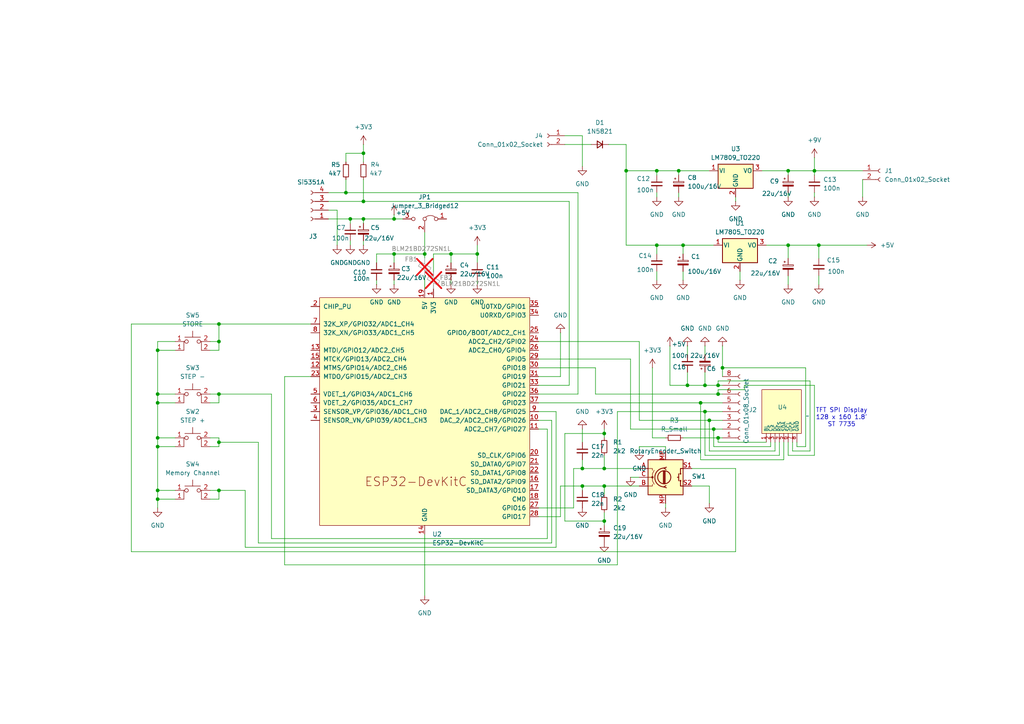
<source format=kicad_sch>
(kicad_sch (version 20250114) (generator "eeschema") (generator_version "9.0")
  (paper "A4")
  (lib_symbols
    (symbol "Connector:Conn_01x02_Socket" (pin_names (offset 1.016) (hide yes))
      (property "Reference" "J" (at 0 2.54 0))
      (property "Value" "Conn_01x02_Socket" (at 0 -5.08 0))
      (symbol "Conn_01x02_Socket_1_1"
        (pin passive line (at -5.08 0 0) (length 3.81) (name "Pin_1") (number "1"))
        (pin passive line (at -5.08 -2.54 0) (length 3.81) (name "Pin_2") (number "2"))
      )
    )
    (symbol "Connector:Conn_01x04_Socket" (pin_names (offset 1.016) (hide yes))
      (property "Reference" "J" (at 0 5.08 0))
      (property "Value" "Conn_01x04_Socket" (at 0 -7.62 0))
      (symbol "Conn_01x04_Socket_1_1"
        (pin passive line (at -5.08 2.54 0) (length 3.81) (name "Pin_1") (number "1"))
        (pin passive line (at -5.08 0 0) (length 3.81) (name "Pin_2") (number "2"))
        (pin passive line (at -5.08 -2.54 0) (length 3.81) (name "Pin_3") (number "3"))
        (pin passive line (at -5.08 -5.08 0) (length 3.81) (name "Pin_4") (number "4"))
      )
    )
    (symbol "Connector:Conn_01x08_Socket" (pin_names (offset 1.016) (hide yes))
      (property "Reference" "J" (at 0 10.16 0))
      (property "Value" "Conn_01x08_Socket" (at 0 -12.7 0))
      (symbol "Conn_01x08_Socket_1_1"
        (pin passive line (at -5.08 7.62 0) (length 3.81) (name "Pin_1") (number "1"))
        (pin passive line (at -5.08 5.08 0) (length 3.81) (name "Pin_2") (number "2"))
        (pin passive line (at -5.08 2.54 0) (length 3.81) (name "Pin_3") (number "3"))
        (pin passive line (at -5.08 0 0) (length 3.81) (name "Pin_4") (number "4"))
        (pin passive line (at -5.08 -2.54 0) (length 3.81) (name "Pin_5") (number "5"))
        (pin passive line (at -5.08 -5.08 0) (length 3.81) (name "Pin_6") (number "6"))
        (pin passive line (at -5.08 -7.62 0) (length 3.81) (name "Pin_7") (number "7"))
        (pin passive line (at -5.08 -10.16 0) (length 3.81) (name "Pin_8") (number "8"))
      )
    )
    (symbol "Device:C_Polarized_Small" (pin_numbers (hide yes)) (pin_names (offset 0.254) (hide yes))
      (property "Reference" "C" (at 0.254 1.778 0))
      (property "Value" "C_Polarized_Small" (at 0.254 -2.032 0))
      (symbol "C_Polarized_Small_1_1"
        (pin passive line (at 0 2.54 270) (length 1.8542) (name "~") (number "1"))
        (pin passive line (at 0 -2.54 90) (length 1.8542) (name "~") (number "2"))
      )
    )
    (symbol "Device:C_Small" (pin_numbers (hide yes)) (pin_names (offset 0.254) (hide yes))
      (property "Reference" "C" (at 0.254 1.778 0))
      (property "Value" "C_Small" (at 0.254 -2.032 0))
      (symbol "C_Small_1_1"
        (pin passive line (at 0 2.54 270) (length 2.032) (name "~") (number "1"))
        (pin passive line (at 0 -2.54 90) (length 2.032) (name "~") (number "2"))
      )
    )
    (symbol "Device:D_Small" (pin_numbers (hide yes)) (pin_names (offset 0.254) (hide yes))
      (property "Reference" "D" (at -1.27 2.032 0))
      (property "Value" "D_Small" (at -3.81 -2.032 0))
      (symbol "D_Small_1_1"
        (pin passive line (at -2.54 0 0) (length 1.778) (name "K") (number "1"))
        (pin passive line (at 2.54 0 180) (length 1.778) (name "A") (number "2"))
      )
    )
    (symbol "Device:FerriteBead_Small" (pin_numbers (hide yes)) (pin_names (offset 0))
      (property "Reference" "FB" (at 1.905 1.27 0))
      (property "Value" "FerriteBead_Small" (at 1.905 -1.27 0))
      (symbol "FerriteBead_Small_1_1"
        (pin passive line (at 0 2.54 270) (length 1.27) (name "~") (number "1"))
        (pin passive line (at 0 -2.54 90) (length 1.27) (name "~") (number "2"))
      )
    )
    (symbol "Device:R_Small" (pin_numbers (hide yes)) (pin_names (offset 0.254) (hide yes))
      (property "Reference" "R" (at 0.762 0.508 0))
      (property "Value" "R_Small" (at 0.762 -1.016 0))
      (symbol "R_Small_1_1"
        (pin passive line (at 0 2.54 270) (length 0.762) (name "~") (number "1"))
        (pin passive line (at 0 -2.54 90) (length 0.762) (name "~") (number "2"))
      )
    )
    (symbol "Device:RotaryEncoder_Switch" (pin_names (offset 0.254) (hide yes))
      (property "Reference" "SW1" (at 9.652 0.254 0))
      (property "Value" "RotaryEncoder_Switch" (at 0 7.62 0))
      (symbol "RotaryEncoder_Switch_1_1"
        (pin passive line (at -7.62 2.54 0) (length 2.54) (name "A") (number "A"))
        (pin passive line (at -7.62 0 0) (length 2.54) (name "C") (number "C"))
        (pin passive line (at -7.62 -2.54 0) (length 2.54) (name "B") (number "B"))
        (pin passive line (at 0 7.62 270) (length 2.54) (name "MP") (number "MP"))
        (pin passive line (at 0 -7.62 90) (length 2.54) (name "MP") (number "MP"))
        (pin passive line (at 7.62 2.54 180) (length 2.54) (name "S1") (number "S1"))
        (pin passive line (at 7.62 -2.54 180) (length 2.54) (name "S2") (number "S2"))
      )
    )
    (symbol "Ekran_TFT_SPI:TFT_SPI_1.8inch_120x160"
      (property "Reference" "U4" (at -0.508 1.27 0))
      (property "Value" "~" (at 7.62 -1.27 0))
      (symbol "TFT_SPI_1.8inch_120x160_1_1"
        (pin input line (at -3.81 -8.89 90) (length 2.54) (name "BL") (number "1"))
        (pin input line (at -2.54 -8.89 90) (length 2.54) (name "CS") (number "2"))
        (pin input line (at -1.27 -8.89 90) (length 2.54) (name "DC") (number "3"))
        (pin input line (at 0 -8.89 90) (length 2.54) (name "RES") (number "4"))
        (pin input line (at 1.27 -8.89 90) (length 2.54) (name "SDA") (number "5"))
        (pin input line (at 2.54 -8.89 90) (length 2.54) (name "SCL") (number "6"))
        (pin input line (at 3.81 -8.89 90) (length 2.54) (name "VCC") (number "7"))
        (pin input line (at 5.08 -8.89 90) (length 2.54) (name "GND") (number "8"))
      )
    )
    (symbol "Jumper:Jumper_3_Bridged12" (pin_names (offset 0) (hide yes)) (exclude_from_sim yes) (in_bom no)
      (property "Reference" "JP" (at -2.54 -2.54 0))
      (property "Value" "Jumper_3_Bridged12" (at 0 2.794 0))
      (symbol "Jumper_3_Bridged12_1_1"
        (pin passive line (at -6.35 0 0) (length 2.54) (name "A") (number "1"))
        (pin passive line (at 0 -3.81 90) (length 2.54) (name "C") (number "2"))
        (pin passive line (at 6.35 0 180) (length 2.54) (name "B") (number "3"))
      )
    )
    (symbol "PCM_Espressif:ESP32-DevKitC" (pin_names (offset 1.016))
      (property "Reference" "U" (at -30.48 38.1 0))
      (property "Value" "ESP32-DevKitC" (at -30.48 35.56 0))
      (symbol "ESP32-DevKitC_0_0"
        (text "ESP32-DevKitC" (at -2.54 -20.32 0) (effects (font (size 2.54 2.54))))
        (pin power_in line (at 0 35.56 270) (length 2.54) (name "5V") (number "19"))
        (pin power_in line (at 0 -35.56 90) (length 2.54) (name "GND") (number "14"))
      )
      (symbol "ESP32-DevKitC_1_1"
        (pin input line (at -33.02 30.48 0) (length 2.54) (name "CHIP_PU") (number "2"))
        (pin bidirectional line (at -33.02 25.4 0) (length 2.54) (name "32K_XP/GPIO32/ADC1_CH4") (number "7"))
        (pin bidirectional line (at -33.02 22.86 0) (length 2.54) (name "32K_XN/GPIO33/ADC1_CH5") (number "8"))
        (pin bidirectional line (at -33.02 17.78 0) (length 2.54) (name "MTDI/GPIO12/ADC2_CH5") (number "13"))
        (pin bidirectional line (at -33.02 15.24 0) (length 2.54) (name "MTCK/GPIO13/ADC2_CH4") (number "15"))
        (pin bidirectional line (at -33.02 12.7 0) (length 2.54) (name "MTMS/GPIO14/ADC2_CH6") (number "12"))
        (pin bidirectional line (at -33.02 10.16 0) (length 2.54) (name "MTDO/GPIO15/ADC2_CH3") (number "23"))
        (pin input line (at -33.02 5.08 0) (length 2.54) (name "VDET_1/GPIO34/ADC1_CH6") (number "5"))
        (pin input line (at -33.02 2.54 0) (length 2.54) (name "VDET_2/GPIO35/ADC1_CH7") (number "6"))
        (pin input line (at -33.02 0 0) (length 2.54) (name "SENSOR_VP/GPIO36/ADC1_CH0") (number "3"))
        (pin input line (at -33.02 -2.54 0) (length 2.54) (name "SENSOR_VN/GPIO39/ADC1_CH3") (number "4"))
        (pin passive line (at 0 -35.56 90) (length 2.54) (hide yes) (name "GND") (number "32"))
        (pin passive line (at 0 -35.56 90) (length 2.54) (hide yes) (name "GND") (number "38"))
        (pin power_in line (at 2.54 35.56 270) (length 2.54) (name "3V3") (number "1"))
        (pin bidirectional line (at 33.02 30.48 180) (length 2.54) (name "U0TXD/GPIO1") (number "35"))
        (pin bidirectional line (at 33.02 27.94 180) (length 2.54) (name "U0RXD/GPIO3") (number "34"))
        (pin bidirectional line (at 33.02 22.86 180) (length 2.54) (name "GPIO0/BOOT/ADC2_CH1") (number "25"))
        (pin bidirectional line (at 33.02 20.32 180) (length 2.54) (name "ADC2_CH2/GPIO2") (number "24"))
        (pin bidirectional line (at 33.02 17.78 180) (length 2.54) (name "ADC2_CH0/GPIO4") (number "26"))
        (pin bidirectional line (at 33.02 15.24 180) (length 2.54) (name "GPIO5") (number "29"))
        (pin bidirectional line (at 33.02 12.7 180) (length 2.54) (name "GPIO18") (number "30"))
        (pin bidirectional line (at 33.02 10.16 180) (length 2.54) (name "GPIO19") (number "31"))
        (pin bidirectional line (at 33.02 7.62 180) (length 2.54) (name "GPIO21") (number "33"))
        (pin bidirectional line (at 33.02 5.08 180) (length 2.54) (name "GPIO22") (number "36"))
        (pin bidirectional line (at 33.02 2.54 180) (length 2.54) (name "GPIO23") (number "37"))
        (pin bidirectional line (at 33.02 0 180) (length 2.54) (name "DAC_1/ADC2_CH8/GPIO25") (number "9"))
        (pin bidirectional line (at 33.02 -2.54 180) (length 2.54) (name "DAC_2/ADC2_CH9/GPIO26") (number "10"))
        (pin bidirectional line (at 33.02 -5.08 180) (length 2.54) (name "ADC2_CH7/GPIO27") (number "11"))
        (pin bidirectional line (at 33.02 -12.7 180) (length 2.54) (name "SD_CLK/GPIO6") (number "20"))
        (pin bidirectional line (at 33.02 -15.24 180) (length 2.54) (name "SD_DATA0/GPIO7") (number "21"))
        (pin bidirectional line (at 33.02 -17.78 180) (length 2.54) (name "SD_DATA1/GPIO8") (number "22"))
        (pin bidirectional line (at 33.02 -20.32 180) (length 2.54) (name "SD_DATA2/GPIO9") (number "16"))
        (pin bidirectional line (at 33.02 -22.86 180) (length 2.54) (name "SD_DATA3/GPIO10") (number "17"))
        (pin bidirectional line (at 33.02 -25.4 180) (length 2.54) (name "CMD") (number "18"))
        (pin bidirectional line (at 33.02 -27.94 180) (length 2.54) (name "GPIO16") (number "27"))
        (pin bidirectional line (at 33.02 -30.48 180) (length 2.54) (name "GPIO17") (number "28"))
      )
    )
    (symbol "Regulator_Linear:LM7805_TO220" (pin_names (offset 0.254))
      (property "Reference" "U" (at -3.81 3.175 0))
      (property "Value" "LM7805_TO220" (at 0 3.175 0))
      (symbol "LM7805_TO220_1_1"
        (pin power_in line (at -7.62 0 0) (length 2.54) (name "VI") (number "1"))
        (pin power_in line (at 0 -7.62 90) (length 2.54) (name "GND") (number "2"))
        (pin power_out line (at 7.62 0 180) (length 2.54) (name "VO") (number "3"))
      )
    )
    (symbol "Regulator_Linear:LM7809_TO220" (pin_names (offset 0.254))
      (property "Reference" "U" (at -3.81 3.175 0))
      (property "Value" "LM7809_TO220" (at 0 3.175 0))
      (symbol "LM7809_TO220_1_1"
        (pin power_in line (at -7.62 0 0) (length 2.54) (name "VI") (number "1"))
        (pin power_in line (at 0 -7.62 90) (length 2.54) (name "GND") (number "2"))
        (pin power_out line (at 7.62 0 180) (length 2.54) (name "VO") (number "3"))
      )
    )
    (symbol "SW_MEC_5E_2" (pin_names (offset 1.016) (hide yes))
      (property "Reference" "SW2" (at 0 10.16 0))
      (property "Value" "SW_MEC_5E" (at 0 7.62 0))
      (symbol "SW_MEC_5E_2_0_1"
        (pin passive line (at -5.08 2.54 0) (length 2.54) (name "1") (number "1"))
      )
      (symbol "SW_MEC_5E_2_1_1"
        (pin passive line (at -5.08 0 0) (length 2.54) (name "1") (number "1"))
        (pin passive line (at 5.08 2.54 180) (length 2.54) (name "2") (number "2"))
        (pin passive line (at 5.08 0 180) (length 2.54) (name "2") (number "2"))
      )
    )
    (symbol "power:+3V3" (power) (pin_numbers (hide yes)) (pin_names (offset 0) (hide yes))
      (property "Value" "+3V3" (at 0 3.556 0))
      (symbol "+3V3_1_1"
        (pin power_in line (at 0 0 90) (length 0) (name "~") (number "1"))
      )
    )
    (symbol "power:+5V" (power) (pin_numbers (hide yes)) (pin_names (offset 0) (hide yes))
      (property "Value" "+5V" (at 0 3.556 0))
      (symbol "+5V_1_1"
        (pin power_in line (at 0 0 90) (length 0) (name "~") (number "1"))
      )
    )
    (symbol "power:+9V" (power) (pin_numbers (hide yes)) (pin_names (offset 0) (hide yes))
      (property "Value" "+9V" (at 0 3.556 0))
      (symbol "+9V_1_1"
        (pin power_in line (at 0 0 90) (length 0) (name "~") (number "1"))
      )
    )
    (symbol "power:GND" (power) (pin_numbers (hide yes)) (pin_names (offset 0) (hide yes))
      (property "Value" "GND" (at 0 -3.81 0))
      (symbol "GND_1_1"
        (pin power_in line (at 0 0 270) (length 0) (name "~") (number "1"))
      )
    )
  )
  (text "TFT SPI Display\n128 x 160 1.8'\nST 7735" (at 244.094 121.158 0) (effects (font (size 1.27 1.27))))
  (junction (at 101.6 63.5))
  (junction (at 105.41 44.45))
  (junction (at 198.12 71.12))
  (junction (at 123.19 73.66))
  (junction (at 175.26 140.97))
  (junction (at 45.72 144.78))
  (junction (at 63.5 114.3))
  (junction (at 237.49 71.12))
  (junction (at 45.72 129.54))
  (junction (at 45.72 142.24))
  (junction (at 105.41 63.5))
  (junction (at 190.5 71.12))
  (junction (at 209.55 106.68))
  (junction (at 175.26 151.13))
  (junction (at 63.5 142.24))
  (junction (at 199.39 111.76))
  (junction (at 130.81 73.66))
  (junction (at 45.72 114.3))
  (junction (at 205.74 121.92))
  (junction (at 114.3 63.5))
  (junction (at 228.6 71.12))
  (junction (at 45.72 116.84))
  (junction (at 105.41 58.42))
  (junction (at 208.28 114.3))
  (junction (at 63.5 93.98))
  (junction (at 168.91 140.97))
  (junction (at 175.26 125.73))
  (junction (at 175.26 135.89))
  (junction (at 63.5 99.06))
  (junction (at 190.5 49.53))
  (junction (at 208.28 127))
  (junction (at 45.72 127))
  (junction (at 100.33 55.88))
  (junction (at 181.61 49.53))
  (junction (at 236.22 49.53))
  (junction (at 204.47 119.38))
  (junction (at 228.6 49.53))
  (junction (at 203.2 116.84))
  (junction (at 45.72 101.6))
  (junction (at 114.3 73.66))
  (junction (at 63.5 128.27))
  (junction (at 204.47 111.76))
  (junction (at 168.91 135.89))
  (junction (at 138.43 73.66))
  (junction (at 207.01 124.46))
  (junction (at 208.28 111.76))
  (junction (at 196.85 49.53))
  (wire (pts (xy 200.66 135.89) (xy 213.36 135.89)))
  (wire (pts (xy 100.33 46.99) (xy 100.33 44.45)))
  (wire (pts (xy 208.28 111.76) (xy 204.47 111.76)))
  (wire (pts (xy 213.36 57.15) (xy 213.36 58.42)))
  (wire (pts (xy 101.6 63.5) (xy 105.41 63.5)))
  (wire (pts (xy 204.47 111.76) (xy 199.39 111.76)))
  (wire (pts (xy 130.81 81.28) (xy 130.81 82.55)))
  (wire (pts (xy 204.47 119.38) (xy 209.55 119.38)))
  (wire (pts (xy 123.19 73.66) (xy 114.3 73.66)))
  (wire (pts (xy 208.28 113.03) (xy 208.28 114.3)))
  (wire (pts (xy 45.72 144.78) (xy 45.72 147.32)))
  (wire (pts (xy 105.41 52.07) (xy 105.41 58.42)))
  (wire (pts (xy 63.5 142.24) (xy 71.12 142.24)))
  (wire (pts (xy 189.23 106.68) (xy 189.23 127)))
  (wire (pts (xy 185.42 129.54) (xy 185.42 130.81)))
  (wire (pts (xy 63.5 142.24) (xy 60.96 142.24)))
  (wire (pts (xy 193.04 129.54) (xy 185.42 129.54)))
  (wire (pts (xy 237.49 71.12) (xy 251.46 71.12)))
  (wire (pts (xy 185.42 99.06) (xy 156.21 99.06)))
  (wire (pts (xy 50.8 144.78) (xy 45.72 144.78)))
  (wire (pts (xy 237.49 80.01) (xy 237.49 82.55)))
  (wire (pts (xy 223.52 128.27) (xy 223.52 129.54)))
  (wire (pts (xy 196.85 50.8) (xy 196.85 49.53)))
  (wire (pts (xy 172.72 106.68) (xy 156.21 106.68)))
  (wire (pts (xy 105.41 44.45) (xy 105.41 46.99)))
  (wire (pts (xy 95.25 58.42) (xy 105.41 58.42)))
  (wire (pts (xy 162.56 140.97) (xy 168.91 140.97)))
  (wire (pts (xy 166.37 147.32) (xy 166.37 135.89)))
  (wire (pts (xy 236.22 55.88) (xy 236.22 57.15)))
  (wire (pts (xy 100.33 52.07) (xy 100.33 55.88)))
  (wire (pts (xy 45.72 127) (xy 45.72 129.54)))
  (wire (pts (xy 162.56 149.86) (xy 162.56 140.97)))
  (wire (pts (xy 158.75 124.46) (xy 158.75 156.21)))
  (wire (pts (xy 100.33 55.88) (xy 95.25 55.88)))
  (wire (pts (xy 172.72 114.3) (xy 172.72 106.68)))
  (wire (pts (xy 194.31 111.76) (xy 199.39 111.76)))
  (wire (pts (xy 45.72 127) (xy 50.8 127)))
  (wire (pts (xy 208.28 128.27) (xy 208.28 127)))
  (wire (pts (xy 45.72 127) (xy 45.72 116.84)))
  (wire (pts (xy 215.9 111.76) (xy 215.9 113.03)))
  (wire (pts (xy 207.01 124.46) (xy 209.55 124.46)))
  (wire (pts (xy 168.91 142.24) (xy 168.91 140.97)))
  (wire (pts (xy 105.41 58.42) (xy 165.1 58.42)))
  (wire (pts (xy 74.93 128.27) (xy 63.5 128.27)))
  (wire (pts (xy 63.5 127) (xy 60.96 127)))
  (wire (pts (xy 138.43 73.66) (xy 130.81 73.66)))
  (wire (pts (xy 231.14 129.54) (xy 233.68 129.54)))
  (wire (pts (xy 205.74 140.97) (xy 205.74 146.05)))
  (wire (pts (xy 205.74 121.92) (xy 185.42 121.92)))
  (wire (pts (xy 228.6 49.53) (xy 236.22 49.53)))
  (wire (pts (xy 45.72 129.54) (xy 45.72 142.24)))
  (wire (pts (xy 82.55 163.83) (xy 82.55 109.22)))
  (wire (pts (xy 181.61 49.53) (xy 190.5 49.53)))
  (wire (pts (xy 63.5 93.98) (xy 63.5 99.06)))
  (wire (pts (xy 123.19 67.31) (xy 123.19 73.66)))
  (wire (pts (xy 208.28 110.49) (xy 208.28 111.76)))
  (wire (pts (xy 190.5 71.12) (xy 190.5 73.66)))
  (wire (pts (xy 198.12 71.12) (xy 190.5 71.12)))
  (wire (pts (xy 181.61 71.12) (xy 190.5 71.12)))
  (wire (pts (xy 163.83 151.13) (xy 163.83 125.73)))
  (wire (pts (xy 190.5 49.53) (xy 190.5 50.8)))
  (wire (pts (xy 222.25 128.27) (xy 208.28 128.27)))
  (wire (pts (xy 227.33 133.35) (xy 203.2 133.35)))
  (wire (pts (xy 214.63 78.74) (xy 214.63 81.28)))
  (wire (pts (xy 200.66 140.97) (xy 205.74 140.97)))
  (wire (pts (xy 156.21 119.38) (xy 161.29 119.38)))
  (wire (pts (xy 215.9 113.03) (xy 208.28 113.03)))
  (wire (pts (xy 182.88 124.46) (xy 207.01 124.46)))
  (wire (pts (xy 97.79 60.96) (xy 97.79 71.12)))
  (wire (pts (xy 175.26 148.59) (xy 175.26 151.13)))
  (wire (pts (xy 209.55 100.33) (xy 209.55 106.68)))
  (wire (pts (xy 156.21 147.32) (xy 166.37 147.32)))
  (wire (pts (xy 196.85 49.53) (xy 205.74 49.53)))
  (wire (pts (xy 63.5 101.6) (xy 60.96 101.6)))
  (wire (pts (xy 175.26 140.97) (xy 175.26 143.51)))
  (wire (pts (xy 233.68 129.54) (xy 233.68 106.68)))
  (wire (pts (xy 236.22 132.08) (xy 236.22 111.76)))
  (wire (pts (xy 38.1 93.98) (xy 63.5 93.98)))
  (wire (pts (xy 109.22 81.28) (xy 109.22 82.55)))
  (wire (pts (xy 175.26 151.13) (xy 175.26 152.4)))
  (wire (pts (xy 181.61 41.91) (xy 181.61 49.53)))
  (wire (pts (xy 63.5 93.98) (xy 90.17 93.98)))
  (wire (pts (xy 156.21 109.22) (xy 162.56 109.22)))
  (wire (pts (xy 165.1 58.42) (xy 165.1 111.76)))
  (wire (pts (xy 228.6 132.08) (xy 236.22 132.08)))
  (wire (pts (xy 222.25 71.12) (xy 228.6 71.12)))
  (wire (pts (xy 162.56 109.22) (xy 162.56 96.52)))
  (wire (pts (xy 165.1 111.76) (xy 156.21 111.76)))
  (wire (pts (xy 63.5 99.06) (xy 63.5 101.6)))
  (wire (pts (xy 234.95 130.81) (xy 234.95 110.49)))
  (wire (pts (xy 231.14 128.27) (xy 231.14 129.54)))
  (wire (pts (xy 74.93 157.48) (xy 74.93 128.27)))
  (wire (pts (xy 63.5 114.3) (xy 60.96 114.3)))
  (wire (pts (xy 228.6 71.12) (xy 228.6 74.93)))
  (wire (pts (xy 109.22 73.66) (xy 109.22 76.2)))
  (wire (pts (xy 114.3 81.28) (xy 114.3 82.55)))
  (wire (pts (xy 95.25 63.5) (xy 101.6 63.5)))
  (wire (pts (xy 156.21 116.84) (xy 203.2 116.84)))
  (wire (pts (xy 63.5 129.54) (xy 60.96 129.54)))
  (wire (pts (xy 209.55 106.68) (xy 233.68 106.68)))
  (wire (pts (xy 185.42 121.92) (xy 185.42 99.06)))
  (wire (pts (xy 203.2 116.84) (xy 209.55 116.84)))
  (wire (pts (xy 204.47 107.95) (xy 204.47 111.76)))
  (wire (pts (xy 158.75 156.21) (xy 78.74 156.21)))
  (wire (pts (xy 213.36 160.02) (xy 38.1 160.02)))
  (wire (pts (xy 198.12 127) (xy 208.28 127)))
  (wire (pts (xy 163.83 125.73) (xy 175.26 125.73)))
  (wire (pts (xy 181.61 49.53) (xy 181.61 71.12)))
  (wire (pts (xy 63.5 144.78) (xy 63.5 142.24)))
  (wire (pts (xy 130.81 73.66) (xy 125.73 73.66)))
  (wire (pts (xy 236.22 111.76) (xy 215.9 111.76)))
  (wire (pts (xy 166.37 135.89) (xy 168.91 135.89)))
  (wire (pts (xy 156.21 104.14) (xy 182.88 104.14)))
  (wire (pts (xy 198.12 71.12) (xy 198.12 73.66)))
  (wire (pts (xy 114.3 62.23) (xy 114.3 63.5)))
  (wire (pts (xy 224.79 130.81) (xy 205.74 130.81)))
  (wire (pts (xy 196.85 55.88) (xy 196.85 57.15)))
  (wire (pts (xy 175.26 132.08) (xy 175.26 135.89)))
  (wire (pts (xy 194.31 100.33) (xy 194.31 111.76)))
  (wire (pts (xy 179.07 119.38) (xy 204.47 119.38)))
  (wire (pts (xy 228.6 57.15) (xy 228.6 55.88)))
  (wire (pts (xy 175.26 125.73) (xy 175.26 127)))
  (wire (pts (xy 227.33 128.27) (xy 227.33 133.35)))
  (wire (pts (xy 45.72 114.3) (xy 50.8 114.3)))
  (wire (pts (xy 204.47 132.08) (xy 204.47 119.38)))
  (wire (pts (xy 105.41 63.5) (xy 105.41 64.77)))
  (wire (pts (xy 190.5 55.88) (xy 190.5 57.15)))
  (wire (pts (xy 105.41 71.12) (xy 105.41 69.85)))
  (wire (pts (xy 114.3 73.66) (xy 114.3 76.2)))
  (wire (pts (xy 138.43 82.55) (xy 138.43 81.28)))
  (wire (pts (xy 63.5 129.54) (xy 63.5 128.27)))
  (wire (pts (xy 125.73 73.66) (xy 125.73 78.74)))
  (wire (pts (xy 168.91 140.97) (xy 175.26 140.97)))
  (wire (pts (xy 82.55 109.22) (xy 90.17 109.22)))
  (wire (pts (xy 101.6 69.85) (xy 101.6 71.12)))
  (wire (pts (xy 228.6 50.8) (xy 228.6 49.53)))
  (wire (pts (xy 223.52 129.54) (xy 207.01 129.54)))
  (wire (pts (xy 130.81 73.66) (xy 130.81 76.2)))
  (wire (pts (xy 63.5 116.84) (xy 60.96 116.84)))
  (wire (pts (xy 160.02 157.48) (xy 74.93 157.48)))
  (wire (pts (xy 193.04 146.05) (xy 193.04 147.32)))
  (wire (pts (xy 185.42 135.89) (xy 175.26 135.89)))
  (wire (pts (xy 175.26 124.46) (xy 175.26 125.73)))
  (wire (pts (xy 229.87 128.27) (xy 229.87 130.81)))
  (wire (pts (xy 175.26 135.89) (xy 168.91 135.89)))
  (wire (pts (xy 229.87 130.81) (xy 234.95 130.81)))
  (wire (pts (xy 45.72 144.78) (xy 45.72 142.24)))
  (wire (pts (xy 105.41 63.5) (xy 114.3 63.5)))
  (wire (pts (xy 204.47 100.33) (xy 204.47 102.87)))
  (wire (pts (xy 167.64 114.3) (xy 167.64 55.88)))
  (wire (pts (xy 45.72 99.06) (xy 50.8 99.06)))
  (wire (pts (xy 114.3 73.66) (xy 109.22 73.66)))
  (wire (pts (xy 250.19 52.07) (xy 250.19 57.15)))
  (wire (pts (xy 198.12 78.74) (xy 198.12 81.28)))
  (wire (pts (xy 207.01 129.54) (xy 207.01 124.46)))
  (wire (pts (xy 189.23 127) (xy 193.04 127)))
  (wire (pts (xy 60.96 99.06) (xy 63.5 99.06)))
  (wire (pts (xy 208.28 114.3) (xy 172.72 114.3)))
  (wire (pts (xy 63.5 114.3) (xy 63.5 116.84)))
  (wire (pts (xy 95.25 60.96) (xy 97.79 60.96)))
  (wire (pts (xy 45.72 99.06) (xy 45.72 101.6)))
  (wire (pts (xy 45.72 101.6) (xy 50.8 101.6)))
  (wire (pts (xy 114.3 63.5) (xy 116.84 63.5)))
  (wire (pts (xy 236.22 45.72) (xy 236.22 49.53)))
  (wire (pts (xy 228.6 128.27) (xy 228.6 132.08)))
  (wire (pts (xy 213.36 135.89) (xy 213.36 160.02)))
  (wire (pts (xy 209.55 114.3) (xy 208.28 114.3)))
  (wire (pts (xy 224.79 128.27) (xy 224.79 130.81)))
  (wire (pts (xy 209.55 106.68) (xy 209.55 109.22)))
  (wire (pts (xy 156.21 149.86) (xy 162.56 149.86)))
  (wire (pts (xy 190.5 49.53) (xy 196.85 49.53)))
  (wire (pts (xy 228.6 80.01) (xy 228.6 82.55)))
  (wire (pts (xy 190.5 78.74) (xy 190.5 81.28)))
  (wire (pts (xy 123.19 154.94) (xy 123.19 172.72)))
  (wire (pts (xy 161.29 119.38) (xy 161.29 158.75)))
  (wire (pts (xy 100.33 44.45) (xy 105.41 44.45)))
  (wire (pts (xy 63.5 144.78) (xy 60.96 144.78)))
  (wire (pts (xy 182.88 104.14) (xy 182.88 124.46)))
  (wire (pts (xy 182.88 138.43) (xy 185.42 138.43)))
  (wire (pts (xy 45.72 114.3) (xy 45.72 101.6)))
  (wire (pts (xy 199.39 107.95) (xy 199.39 111.76)))
  (wire (pts (xy 226.06 132.08) (xy 204.47 132.08)))
  (wire (pts (xy 209.55 111.76) (xy 208.28 111.76)))
  (wire (pts (xy 168.91 133.35) (xy 168.91 135.89)))
  (wire (pts (xy 167.64 55.88) (xy 100.33 55.88)))
  (wire (pts (xy 78.74 114.3) (xy 63.5 114.3)))
  (wire (pts (xy 105.41 41.91) (xy 105.41 44.45)))
  (wire (pts (xy 163.83 39.37) (xy 168.91 39.37)))
  (wire (pts (xy 175.26 140.97) (xy 185.42 140.97)))
  (wire (pts (xy 220.98 49.53) (xy 228.6 49.53)))
  (wire (pts (xy 156.21 114.3) (xy 167.64 114.3)))
  (wire (pts (xy 123.19 83.82) (xy 123.19 80.01)))
  (wire (pts (xy 236.22 50.8) (xy 236.22 49.53)))
  (wire (pts (xy 45.72 142.24) (xy 50.8 142.24)))
  (wire (pts (xy 207.01 71.12) (xy 198.12 71.12)))
  (wire (pts (xy 168.91 48.26) (xy 168.91 39.37)))
  (wire (pts (xy 228.6 71.12) (xy 237.49 71.12)))
  (wire (pts (xy 205.74 130.81) (xy 205.74 121.92)))
  (wire (pts (xy 168.91 124.46) (xy 168.91 128.27)))
  (wire (pts (xy 199.39 100.33) (xy 199.39 102.87)))
  (wire (pts (xy 45.72 116.84) (xy 45.72 114.3)))
  (wire (pts (xy 163.83 151.13) (xy 175.26 151.13)))
  (wire (pts (xy 237.49 71.12) (xy 237.49 74.93)))
  (wire (pts (xy 45.72 116.84) (xy 50.8 116.84)))
  (wire (pts (xy 71.12 158.75) (xy 71.12 142.24)))
  (wire (pts (xy 78.74 156.21) (xy 78.74 114.3)))
  (wire (pts (xy 236.22 49.53) (xy 250.19 49.53)))
  (wire (pts (xy 161.29 158.75) (xy 71.12 158.75)))
  (wire (pts (xy 156.21 121.92) (xy 160.02 121.92)))
  (wire (pts (xy 156.21 124.46) (xy 158.75 124.46)))
  (wire (pts (xy 203.2 133.35) (xy 203.2 116.84)))
  (wire (pts (xy 138.43 71.12) (xy 138.43 73.66)))
  (wire (pts (xy 38.1 160.02) (xy 38.1 93.98)))
  (wire (pts (xy 45.72 129.54) (xy 50.8 129.54)))
  (wire (pts (xy 208.28 127) (xy 209.55 127)))
  (wire (pts (xy 209.55 121.92) (xy 205.74 121.92)))
  (wire (pts (xy 226.06 128.27) (xy 226.06 132.08)))
  (wire (pts (xy 63.5 127) (xy 63.5 128.27)))
  (wire (pts (xy 138.43 76.2) (xy 138.43 73.66)))
  (wire (pts (xy 160.02 121.92) (xy 160.02 157.48)))
  (wire (pts (xy 208.28 110.49) (xy 234.95 110.49)))
  (wire (pts (xy 179.07 119.38) (xy 179.07 163.83)))
  (wire (pts (xy 176.53 41.91) (xy 181.61 41.91)))
  (wire (pts (xy 179.07 163.83) (xy 82.55 163.83)))
  (wire (pts (xy 163.83 41.91) (xy 171.45 41.91)))
  (wire (pts (xy 193.04 130.81) (xy 193.04 129.54)))
  (wire (pts (xy 101.6 63.5) (xy 101.6 64.77)))
  (wire (pts (xy 123.19 74.93) (xy 123.19 73.66)))
  (symbol (lib_id "power:+3V3") (at 105.41 41.91 0) (unit 1)
    (property "Reference" "#PWR038" (effects (hide yes)))
    (property "Value" "+3V3" (at 105.41 36.83 0))
    (property "Description" "Power symbol creates a global label with name \"+3V3\"" (effects (hide yes)))
  )
  (symbol (lib_id "Device:C_Polarized_Small") (at 204.47 105.41 0) (mirror x) (unit 1)
    (property "Reference" "C6" (at 204.978 106.934 0) (effects (justify left)))
    (property "Value" "22u/16V" (at 200.152 103.124 0) (effects (justify left)))
    (property "Footprint" "Capacitor_THT:CP_Radial_Tantal_D5.0mm_P5.00mm" (effects (hide yes)))
    (property "Description" "Polarized capacitor, small symbol" (effects (hide yes)))
  )
  (symbol (lib_name "SW_MEC_5E_2") (lib_id "Switch:SW_MEC_5E") (at 55.88 101.6 0) (unit 1)
    (property "Reference" "SW5" (at 55.88 91.44 0))
    (property "Value" "STORE" (at 55.88 93.98 0))
    (property "Footprint" "Button_Switch_THT:SW_PUSH_6mm_H5mm" (effects (hide yes)))
    (property "Datasheet" "http://www.apem.com/int/index.php?controller=attachment&id_attachment=1371" (effects (hide yes)))
    (property "Description" "MEC 5E single pole normally-open tactile switch" (effects (hide yes)))
  )
  (symbol (lib_id "power:+3V3") (at 175.26 124.46 0) (unit 1)
    (property "Reference" "#PWR029" (effects (hide yes)))
    (property "Value" "+3V3" (at 175.26 119.38 0))
    (property "Description" "Power symbol creates a global label with name \"+3V3\"" (effects (hide yes)))
  )
  (symbol (lib_id "power:GND") (at 168.91 48.26 0) (unit 1)
    (property "Reference" "#PWR036" (effects (hide yes)))
    (property "Value" "GND" (at 168.91 53.34 0))
    (property "Description" "Power symbol creates a global label with name \"GND\" , ground" (effects (hide yes)))
  )
  (symbol (lib_id "Device:R_Small") (at 175.26 146.05 0) (unit 1)
    (property "Reference" "R2" (at 177.8 144.7799 0) (effects (justify left)))
    (property "Value" "2k2" (at 177.8 147.3199 0) (effects (justify left)))
    (property "Footprint" "Resistor_THT:R_Axial_DIN0207_L6.3mm_D2.5mm_P10.16mm_Horizontal" (effects (hide yes)))
    (property "Description" "Resistor, small symbol" (effects (hide yes)))
  )
  (symbol (lib_id "Device:C_Small") (at 190.5 53.34 0) (unit 1)
    (property "Reference" "C12" (at 184.658 51.816 0) (effects (justify left)))
    (property "Value" "100n" (at 184.658 55.118 0) (effects (justify left)))
    (property "Footprint" "Capacitor_SMD:C_0805_2012Metric_Pad1.18x1.45mm_HandSolder" (effects (hide yes)))
    (property "Description" "Unpolarized capacitor, small symbol" (effects (hide yes)))
  )
  (symbol (lib_id "Device:C_Polarized_Small") (at 114.3 78.74 0) (unit 1)
    (property "Reference" "C3" (at 116.332 77.978 0) (effects (justify left)))
    (property "Value" "22u/16V" (at 115.062 80.518 0) (effects (justify left)))
    (property "Footprint" "Capacitor_THT:CP_Radial_Tantal_D5.0mm_P5.00mm" (effects (hide yes)))
    (property "Description" "Polarized capacitor, small symbol" (effects (hide yes)))
  )
  (symbol (lib_id "power:GND") (at 109.22 82.55 0) (unit 1)
    (property "Reference" "#PWR013" (effects (hide yes)))
    (property "Value" "GND" (at 109.22 87.63 0))
    (property "Description" "Power symbol creates a global label with name \"GND\" , ground" (effects (hide yes)))
  )
  (symbol (lib_id "PCM_Espressif:ESP32-DevKitC") (at 123.19 119.38 0) (unit 1)
    (property "Reference" "U2" (at 125.3841 154.94 0) (effects (justify left)))
    (property "Value" "ESP32-DevKitC" (at 125.3841 157.48 0) (effects (justify left)))
    (property "Footprint" "PCM_Espressif:ESP32-DevKitC" (effects (hide yes)))
    (property "Datasheet" "https://docs.espressif.com/projects/esp-idf/zh_CN/latest/esp32/hw-reference/esp32/get-started-devkitc.html" (effects (hide yes)))
    (property "Description" "Development Kit" (effects (hide yes)))
  )
  (symbol (lib_id "Device:C_Small") (at 101.6 67.31 0) (unit 1)
    (property "Reference" "C7" (at 97.536 66.04 0) (effects (justify left)))
    (property "Value" "100n" (at 96.266 69.088 0) (effects (justify left)))
    (property "Footprint" "Capacitor_SMD:C_0805_2012Metric_Pad1.18x1.45mm_HandSolder" (effects (hide yes)))
    (property "Description" "Unpolarized capacitor, small symbol" (effects (hide yes)))
  )
  (symbol (lib_name "SW_MEC_5E_2") (lib_id "Switch:SW_MEC_5E") (at 55.88 116.84 0) (unit 1)
    (property "Reference" "SW3" (at 55.88 106.68 0))
    (property "Value" "STEP -" (at 55.88 109.22 0))
    (property "Footprint" "Button_Switch_THT:SW_PUSH_6mm_H5mm" (effects (hide yes)))
    (property "Datasheet" "http://www.apem.com/int/index.php?controller=attachment&id_attachment=1371" (effects (hide yes)))
    (property "Description" "MEC 5E single pole normally-open tactile switch" (effects (hide yes)))
  )
  (symbol (lib_id "Device:R_Small") (at 100.33 49.53 0) (unit 1)
    (property "Reference" "R5" (at 96.012 47.752 0) (effects (justify left)))
    (property "Value" "4k7" (at 95.25 50.292 0) (effects (justify left)))
    (property "Footprint" "Resistor_SMD:R_0805_2012Metric_Pad1.20x1.40mm_HandSolder" (effects (hide yes)))
    (property "Description" "Resistor, small symbol" (effects (hide yes)))
  )
  (symbol (lib_id "Device:R_Small") (at 195.58 127 90) (unit 1)
    (property "Reference" "R3" (at 195.58 121.92 90))
    (property "Value" "R_Small" (at 195.58 124.46 90))
    (property "Footprint" "Resistor_THT:R_Axial_DIN0207_L6.3mm_D2.5mm_P10.16mm_Horizontal" (effects (hide yes)))
    (property "Description" "Resistor, small symbol" (effects (hide yes)))
  )
  (symbol (lib_id "Device:C_Small") (at 109.22 78.74 0) (unit 1)
    (property "Reference" "C10" (at 102.362 78.994 0) (effects (justify left)))
    (property "Value" "100n" (at 102.362 80.772 0) (effects (justify left)))
    (property "Footprint" "Capacitor_SMD:C_0805_2012Metric_Pad1.18x1.45mm_HandSolder" (effects (hide yes)))
    (property "Description" "Unpolarized capacitor, small symbol" (effects (hide yes)))
  )
  (symbol (lib_id "power:GND") (at 199.39 100.33 0) (mirror x) (unit 1)
    (property "Reference" "#PWR017" (effects (hide yes)))
    (property "Value" "GND" (at 199.39 95.25 0))
    (property "Description" "Power symbol creates a global label with name \"GND\" , ground" (effects (hide yes)))
  )
  (symbol (lib_id "power:GND") (at 190.5 81.28 0) (unit 1)
    (property "Reference" "#PWR06" (effects (hide yes)))
    (property "Value" "GND" (at 190.5 86.36 0))
    (property "Description" "Power symbol creates a global label with name \"GND\" , ground" (effects (hide yes)))
  )
  (symbol (lib_name "SW_MEC_5E_2") (lib_id "Switch:SW_MEC_5E") (at 55.88 129.54 0) (unit 1)
    (property "Reference" "SW2" (at 55.88 119.38 0))
    (property "Value" "STEP +" (at 55.88 121.92 0))
    (property "Footprint" "Button_Switch_THT:SW_PUSH_6mm_H5mm" (effects (hide yes)))
    (property "Datasheet" "http://www.apem.com/int/index.php?controller=attachment&id_attachment=1371" (effects (hide yes)))
    (property "Description" "MEC 5E single pole normally-open tactile switch" (effects (hide yes)))
  )
  (symbol (lib_id "Device:R_Small") (at 175.26 129.54 0) (unit 1)
    (property "Reference" "R1" (at 177.8 128.2699 0) (effects (justify left)))
    (property "Value" "2k2" (at 177.8 130.8099 0) (effects (justify left)))
    (property "Footprint" "Resistor_THT:R_Axial_DIN0207_L6.3mm_D2.5mm_P10.16mm_Horizontal" (effects (hide yes)))
    (property "Description" "Resistor, small symbol" (effects (hide yes)))
  )
  (symbol (lib_id "power:GND") (at 168.91 147.32 0) (unit 1)
    (property "Reference" "#PWR021" (effects (hide yes)))
    (property "Value" "GND" (at 168.91 152.4 0))
    (property "Description" "Power symbol creates a global label with name \"GND\" , ground" (effects (hide yes)))
  )
  (symbol (lib_id "power:GND") (at 204.47 100.33 0) (mirror x) (unit 1)
    (property "Reference" "#PWR018" (effects (hide yes)))
    (property "Value" "GND" (at 204.47 95.25 0))
    (property "Description" "Power symbol creates a global label with name \"GND\" , ground" (effects (hide yes)))
  )
  (symbol (lib_id "Device:C_Polarized_Small") (at 175.26 154.94 0) (unit 1)
    (property "Reference" "C19" (at 177.8 153.1238 0) (effects (justify left)))
    (property "Value" "22u/16V" (at 177.8 155.6638 0) (effects (justify left)))
    (property "Footprint" "Capacitor_THT:CP_Radial_Tantal_D5.0mm_P5.00mm" (effects (hide yes)))
    (property "Description" "Polarized capacitor, small symbol" (effects (hide yes)))
  )
  (symbol (lib_id "power:GND") (at 237.49 82.55 0) (unit 1)
    (property "Reference" "#PWR010" (effects (hide yes)))
    (property "Value" "GND" (at 237.49 87.63 0))
    (property "Description" "Power symbol creates a global label with name \"GND\" , ground" (effects (hide yes)))
  )
  (symbol (lib_id "Device:C_Small") (at 236.22 53.34 0) (unit 1)
    (property "Reference" "C13" (at 238.76 52.0762 0) (effects (justify left)))
    (property "Value" "100n" (at 238.76 54.6162 0) (effects (justify left)))
    (property "Footprint" "Capacitor_SMD:C_0805_2012Metric_Pad1.18x1.45mm_HandSolder" (effects (hide yes)))
    (property "Description" "Unpolarized capacitor, small symbol" (effects (hide yes)))
  )
  (symbol (lib_id "power:GND") (at 114.3 82.55 0) (unit 1)
    (property "Reference" "#PWR014" (effects (hide yes)))
    (property "Value" "GND" (at 114.3 87.63 0))
    (property "Description" "Power symbol creates a global label with name \"GND\" , ground" (effects (hide yes)))
  )
  (symbol (lib_id "power:GND") (at 97.79 71.12 0) (unit 1)
    (property "Reference" "#PWR032" (effects (hide yes)))
    (property "Value" "GND" (at 97.79 76.2 0))
    (property "Description" "Power symbol creates a global label with name \"GND\" , ground" (effects (hide yes)))
  )
  (symbol (lib_id "Device:C_Polarized_Small") (at 196.85 53.34 0) (unit 1)
    (property "Reference" "C8" (at 199.39 51.5238 0) (effects (justify left)))
    (property "Value" "100u/16V" (at 199.39 54.0638 0) (effects (justify left)))
    (property "Footprint" "Capacitor_THT:CP_Radial_D8.0mm_P3.50mm" (effects (hide yes)))
    (property "Description" "Polarized capacitor, small symbol" (effects (hide yes)))
  )
  (symbol (lib_id "power:GND") (at 168.91 124.46 180) (unit 1)
    (property "Reference" "#PWR020" (effects (hide yes)))
    (property "Value" "GND" (at 168.91 119.38 0))
    (property "Description" "Power symbol creates a global label with name \"GND\" , ground" (effects (hide yes)))
  )
  (symbol (lib_id "Ekran_TFT_SPI:TFT_SPI_1.8inch_120x160") (at 226.06 119.38 0) (unit 1)
    (property "Reference" "U4" (at 225.552 118.11 0) (effects (justify left)))
    (property "Value" "~" (at 233.68 120.65 0) (effects (justify left)))
    (property "Footprint" "Ekran_TFT:TFT_SPI_1.8inch_128x160" (effects (hide yes)))
  )
  (symbol (lib_id "power:GND") (at 214.63 81.28 0) (unit 1)
    (property "Reference" "#PWR08" (effects (hide yes)))
    (property "Value" "GND" (at 214.63 86.36 0))
    (property "Description" "Power symbol creates a global label with name \"GND\" , ground" (effects (hide yes)))
  )
  (symbol (lib_id "Device:C_Polarized_Small") (at 198.12 76.2 0) (unit 1)
    (property "Reference" "C1" (at 200.406 74.422 0) (effects (justify left)))
    (property "Value" "100u/16V" (at 199.39 78.74 0) (effects (justify left)))
    (property "Footprint" "Capacitor_THT:CP_Radial_D8.0mm_P3.50mm" (effects (hide yes)))
    (property "Description" "Polarized capacitor, small symbol" (effects (hide yes)))
  )
  (symbol (lib_id "power:GND") (at 105.41 71.12 0) (unit 1)
    (property "Reference" "#PWR011" (effects (hide yes)))
    (property "Value" "GND" (at 105.41 76.2 0))
    (property "Description" "Power symbol creates a global label with name \"GND\" , ground" (effects (hide yes)))
  )
  (symbol (lib_id "Device:FerriteBead_Small") (at 123.19 77.47 0) (unit 1) (in_bom no) (on_board no) (dnp yes)
    (property "Reference" "FB1" (at 117.348 75.184 0) (effects (justify left)))
    (property "Value" "BLM21BD272SN1L" (at 113.538 72.136 0) (effects (justify left)))
    (property "Footprint" "Inductor_SMD:L_0805_2012Metric" (effects (hide yes)))
    (property "Description" "optional" (effects (hide yes)))
  )
  (symbol (lib_id "Regulator_Linear:LM7809_TO220") (at 213.36 49.53 0) (unit 1)
    (property "Reference" "U3" (at 213.36 43.18 0))
    (property "Value" "LM7809_TO220" (at 213.36 45.72 0))
    (property "Footprint" "Package_TO_SOT_THT:TO-220F-3_Horizontal_TabDown" (effects (hide yes)))
    (property "Datasheet" "https://www.onsemi.cn/PowerSolutions/document/MC7800-D.PDF" (effects (hide yes)))
    (property "Description" "Positive 1A 35V Linear Regulator, Fixed Output 9V, TO-220" (effects (hide yes)))
  )
  (symbol (lib_id "Device:R_Small") (at 105.41 49.53 0) (unit 1)
    (property "Reference" "R4" (at 107.442 47.752 0) (effects (justify left)))
    (property "Value" "4k7" (at 107.188 50.292 0) (effects (justify left)))
    (property "Footprint" "Resistor_SMD:R_0805_2012Metric_Pad1.20x1.40mm_HandSolder" (effects (hide yes)))
    (property "Description" "Resistor, small symbol" (effects (hide yes)))
  )
  (symbol (lib_id "Device:C_Small") (at 237.49 77.47 0) (unit 1)
    (property "Reference" "C15" (at 239.776 75.438 0) (effects (justify left)))
    (property "Value" "100n" (at 240.03 78.7462 0) (effects (justify left)))
    (property "Footprint" "Capacitor_SMD:C_0805_2012Metric_Pad1.18x1.45mm_HandSolder" (effects (hide yes)))
    (property "Description" "Unpolarized capacitor, small symbol" (effects (hide yes)))
  )
  (symbol (lib_id "power:GND") (at 250.19 57.15 0) (unit 1)
    (property "Reference" "#PWR028" (effects (hide yes)))
    (property "Value" "GND" (at 250.19 62.23 0))
    (property "Description" "Power symbol creates a global label with name \"GND\" , ground" (effects (hide yes)))
  )
  (symbol (lib_id "Device:C_Polarized_Small") (at 228.6 53.34 0) (unit 1)
    (property "Reference" "C9" (at 223.266 52.578 0) (effects (justify left)))
    (property "Value" "22u/16V" (at 220.98 56.134 0) (effects (justify left)))
    (property "Footprint" "Capacitor_THT:CP_Radial_Tantal_D5.0mm_P5.00mm" (effects (hide yes)))
    (property "Description" "Polarized capacitor, small symbol" (effects (hide yes)))
  )
  (symbol (lib_id "power:GND") (at 138.43 82.55 0) (unit 1)
    (property "Reference" "#PWR016" (effects (hide yes)))
    (property "Value" "GND" (at 138.43 87.63 0))
    (property "Description" "Power symbol creates a global label with name \"GND\" , ground" (effects (hide yes)))
  )
  (symbol (lib_id "Device:C_Small") (at 199.39 105.41 0) (mirror x) (unit 1)
    (property "Reference" "C16" (at 195.072 106.426 0) (effects (justify left)))
    (property "Value" "100n" (at 194.818 103.124 0) (effects (justify left)))
    (property "Footprint" "Capacitor_SMD:C_0805_2012Metric_Pad1.18x1.45mm_HandSolder" (effects (hide yes)))
    (property "Description" "Unpolarized capacitor, small symbol" (effects (hide yes)))
  )
  (symbol (lib_id "power:GND") (at 162.56 96.52 180) (unit 1)
    (property "Reference" "#PWR035" (effects (hide yes)))
    (property "Value" "GND" (at 162.56 91.44 0))
    (property "Description" "Power symbol creates a global label with name \"GND\" , ground" (effects (hide yes)))
  )
  (symbol (lib_id "power:GND") (at 209.55 100.33 0) (mirror x) (unit 1)
    (property "Reference" "#PWR034" (effects (hide yes)))
    (property "Value" "GND" (at 209.55 95.25 0))
    (property "Description" "Power symbol creates a global label with name \"GND\" , ground" (effects (hide yes)))
  )
  (symbol (lib_id "power:GND") (at 175.26 157.48 0) (unit 1)
    (property "Reference" "#PWR037" (effects (hide yes)))
    (property "Value" "GND" (at 175.26 162.56 0))
    (property "Description" "Power symbol creates a global label with name \"GND\" , ground" (effects (hide yes)))
  )
  (symbol (lib_id "power:GND") (at 45.72 147.32 0) (unit 1)
    (property "Reference" "#PWR030" (effects (hide yes)))
    (property "Value" "GND" (at 45.72 152.4 0))
    (property "Description" "Power symbol creates a global label with name \"GND\" , ground" (effects (hide yes)))
  )
  (symbol (lib_id "Connector:Conn_01x02_Socket") (at 255.27 49.53 0) (unit 1)
    (property "Reference" "J1" (at 256.54 49.5299 0) (effects (justify left)))
    (property "Value" "Conn_01x02_Socket" (at 256.54 52.0699 0) (effects (justify left)))
    (property "Footprint" "Connector_JST:JST_EH_S2B-EH_1x02_P2.50mm_Horizontal" (effects (hide yes)))
    (property "Description" "Generic connector, single row, 01x02, script generated" (effects (hide yes)))
  )
  (symbol (lib_id "power:GND") (at 130.81 82.55 0) (unit 1)
    (property "Reference" "#PWR015" (effects (hide yes)))
    (property "Value" "GND" (at 130.81 87.63 0))
    (property "Description" "Power symbol creates a global label with name \"GND\" , ground" (effects (hide yes)))
  )
  (symbol (lib_id "power:GND") (at 123.19 172.72 0) (unit 1)
    (property "Reference" "#PWR026" (effects (hide yes)))
    (property "Value" "GND" (at 123.19 177.8 0))
    (property "Description" "Power symbol creates a global label with name \"GND\" , ground" (effects (hide yes)))
  )
  (symbol (lib_id "Connector:Conn_01x04_Socket") (at 90.17 60.96 180) (unit 1)
    (property "Reference" "J3" (at 90.805 68.58 0))
    (property "Value" "Si5351A" (at 90.17 52.832 0))
    (property "Footprint" "Connector_JST:JST_PH_B4B-PH-K_1x04_P2.00mm_Vertical" (effects (hide yes)))
    (property "Description" "Generic connector, single row, 01x04, script generated" (effects (hide yes)))
  )
  (symbol (lib_id "Device:FerriteBead_Small") (at 125.73 81.28 0) (unit 1) (in_bom no) (on_board no) (dnp yes)
    (property "Reference" "FB2" (at 127.508 80.518 0) (effects (justify left)))
    (property "Value" "BLM21BD272SN1L" (at 127.762 82.296 0) (effects (justify left)))
    (property "Footprint" "Inductor_SMD:L_0805_2012Metric" (effects (hide yes)))
    (property "Description" "optional" (effects (hide yes)))
  )
  (symbol (lib_id "power:+5V") (at 194.31 100.33 0) (unit 1)
    (property "Reference" "#PWR033" (effects (hide yes)))
    (property "Value" "+5V" (at 196.85 99.822 0))
    (property "Description" "Power symbol creates a global label with name \"+5V\"" (effects (hide yes)))
  )
  (symbol (lib_id "power:GND") (at 196.85 57.15 0) (unit 1)
    (property "Reference" "#PWR02" (effects (hide yes)))
    (property "Value" "GND" (at 196.85 62.23 0))
    (property "Description" "Power symbol creates a global label with name \"GND\" , ground" (effects (hide yes)))
  )
  (symbol (lib_id "power:+3V3") (at 138.43 71.12 0) (unit 1)
    (property "Reference" "#PWR023" (effects (hide yes)))
    (property "Value" "+3V3" (at 138.43 66.04 0))
    (property "Description" "Power symbol creates a global label with name \"+3V3\"" (effects (hide yes)))
  )
  (symbol (lib_id "power:GND") (at 205.74 146.05 0) (unit 1)
    (property "Reference" "#PWR027" (effects (hide yes)))
    (property "Value" "GND" (at 205.74 151.13 0))
    (property "Description" "Power symbol creates a global label with name \"GND\" , ground" (effects (hide yes)))
  )
  (symbol (lib_id "Device:C_Polarized_Small") (at 105.41 67.31 0) (unit 1)
    (property "Reference" "C5" (at 107.442 66.04 0) (effects (justify left)))
    (property "Value" "22u/16V" (at 105.664 69.088 0) (effects (justify left)))
    (property "Footprint" "Capacitor_THT:CP_Radial_Tantal_D5.0mm_P5.00mm" (effects (hide yes)))
    (property "Description" "Polarized capacitor, small symbol" (effects (hide yes)))
  )
  (symbol (lib_id "power:GND") (at 190.5 57.15 0) (unit 1)
    (property "Reference" "#PWR01" (effects (hide yes)))
    (property "Value" "GND" (at 190.5 62.23 0))
    (property "Description" "Power symbol creates a global label with name \"GND\" , ground" (effects (hide yes)))
  )
  (symbol (lib_name "SW_MEC_5E_2") (lib_id "Switch:SW_MEC_5E") (at 55.88 144.78 0) (unit 1)
    (property "Reference" "SW4" (at 55.88 134.62 0))
    (property "Value" "Memory Channel" (at 55.88 137.16 0))
    (property "Footprint" "Button_Switch_THT:SW_PUSH_6mm_H5mm" (effects (hide yes)))
    (property "Datasheet" "http://www.apem.com/int/index.php?controller=attachment&id_attachment=1371" (effects (hide yes)))
    (property "Description" "MEC 5E single pole normally-open tactile switch" (effects (hide yes)))
  )
  (symbol (lib_id "Device:C_Small") (at 190.5 76.2 0) (unit 1)
    (property "Reference" "C14" (at 185.166 74.168 0) (effects (justify left)))
    (property "Value" "100n" (at 184.658 78.232 0) (effects (justify left)))
    (property "Footprint" "Capacitor_SMD:C_0805_2012Metric_Pad1.18x1.45mm_HandSolder" (effects (hide yes)))
    (property "Description" "Unpolarized capacitor, small symbol" (effects (hide yes)))
  )
  (symbol (lib_id "power:GND") (at 193.04 147.32 0) (unit 1)
    (property "Reference" "#PWR040" (effects (hide yes)))
    (property "Value" "GND" (at 193.04 152.4 0))
    (property "Description" "Power symbol creates a global label with name \"GND\" , ground" (effects (hide yes)))
  )
  (symbol (lib_id "Device:C_Polarized_Small") (at 228.6 77.47 0) (unit 1)
    (property "Reference" "C2" (at 222.758 75.692 0) (effects (justify left)))
    (property "Value" "22u/16V" (at 217.678 79.248 0) (effects (justify left)))
    (property "Footprint" "Capacitor_THT:CP_Radial_Tantal_D5.0mm_P5.00mm" (effects (hide yes)))
    (property "Description" "Polarized capacitor, small symbol" (effects (hide yes)))
  )
  (symbol (lib_id "power:+3V3") (at 189.23 106.68 0) (unit 1)
    (property "Reference" "#PWR031" (effects (hide yes)))
    (property "Value" "+3V3" (at 189.23 101.6 0))
    (property "Description" "Power symbol creates a global label with name \"+3V3\"" (effects (hide yes)))
  )
  (symbol (lib_id "Connector:Conn_01x08_Socket") (at 214.63 119.38 0) (mirror x) (unit 1)
    (property "Reference" "J2" (at 217.17 118.872 0) (effects (justify left)))
    (property "Value" "Conn_01x08_Socket" (at 216.408 109.728 90) (effects (justify left)))
    (property "Footprint" "Connector_PinSocket_2.54mm:PinSocket_1x08_P2.54mm_Vertical" (effects (hide yes)))
    (property "Description" "Generic connector, single row, 01x08, script generated" (effects (hide yes)))
  )
  (symbol (lib_id "power:GND") (at 198.12 81.28 0) (unit 1)
    (property "Reference" "#PWR07" (effects (hide yes)))
    (property "Value" "GND" (at 198.12 86.36 0))
    (property "Description" "Power symbol creates a global label with name \"GND\" , ground" (effects (hide yes)))
  )
  (symbol (lib_id "power:GND") (at 228.6 57.15 0) (unit 1)
    (property "Reference" "#PWR04" (effects (hide yes)))
    (property "Value" "GND" (at 228.6 62.23 0))
    (property "Description" "Power symbol creates a global label with name \"GND\" , ground" (effects (hide yes)))
  )
  (symbol (lib_id "power:+9V") (at 236.22 45.72 0) (unit 1)
    (property "Reference" "#PWR025" (effects (hide yes)))
    (property "Value" "+9V" (at 236.22 40.64 0))
    (property "Description" "Power symbol creates a global label with name \"+9V\"" (effects (hide yes)))
  )
  (symbol (lib_id "power:GND") (at 101.6 71.12 0) (unit 1)
    (property "Reference" "#PWR012" (effects (hide yes)))
    (property "Value" "GND" (at 101.6 76.2 0))
    (property "Description" "Power symbol creates a global label with name \"GND\" , ground" (effects (hide yes)))
  )
  (symbol (lib_id "Device:C_Small") (at 138.43 78.74 0) (unit 1)
    (property "Reference" "C11" (at 140.97 77.4762 0) (effects (justify left)))
    (property "Value" "100n" (at 140.97 80.0162 0) (effects (justify left)))
    (property "Footprint" "Capacitor_SMD:C_0805_2012Metric_Pad1.18x1.45mm_HandSolder" (effects (hide yes)))
    (property "Description" "Unpolarized capacitor, small symbol" (effects (hide yes)))
  )
  (symbol (lib_id "Device:C_Small") (at 168.91 144.78 0) (unit 1)
    (property "Reference" "C18" (at 171.45 143.5162 0) (effects (justify left)))
    (property "Value" "22n" (at 171.45 146.0562 0) (effects (justify left)))
    (property "Footprint" "Capacitor_THT:C_Axial_L5.1mm_D3.1mm_P10.00mm_Horizontal" (effects (hide yes)))
    (property "Description" "Unpolarized capacitor, small symbol" (effects (hide yes)))
  )
  (symbol (lib_id "power:GND") (at 213.36 58.42 0) (unit 1)
    (property "Reference" "#PWR03" (effects (hide yes)))
    (property "Value" "GND" (at 213.36 63.5 0))
    (property "Description" "Power symbol creates a global label with name \"GND\" , ground" (effects (hide yes)))
  )
  (symbol (lib_id "Device:C_Polarized_Small") (at 130.81 78.74 0) (unit 1)
    (property "Reference" "C4" (at 133.35 76.9238 0) (effects (justify left)))
    (property "Value" "22u/16V" (at 133.35 79.4638 0) (effects (justify left)))
    (property "Footprint" "Capacitor_THT:CP_Radial_Tantal_D5.0mm_P5.00mm" (effects (hide yes)))
    (property "Description" "Polarized capacitor, small symbol" (effects (hide yes)))
  )
  (symbol (lib_id "Device:C_Small") (at 168.91 130.81 0) (unit 1)
    (property "Reference" "C17" (at 171.45 129.5462 0) (effects (justify left)))
    (property "Value" "22n" (at 171.45 132.0862 0) (effects (justify left)))
    (property "Footprint" "Capacitor_THT:C_Axial_L5.1mm_D3.1mm_P10.00mm_Horizontal" (effects (hide yes)))
    (property "Description" "Unpolarized capacitor, small symbol" (effects (hide yes)))
  )
  (symbol (lib_id "power:GND") (at 228.6 82.55 0) (unit 1)
    (property "Reference" "#PWR09" (effects (hide yes)))
    (property "Value" "GND" (at 228.6 87.63 0))
    (property "Description" "Power symbol creates a global label with name \"GND\" , ground" (effects (hide yes)))
  )
  (symbol (lib_id "Jumper:Jumper_3_Bridged12") (at 123.19 63.5 0) (mirror y) (unit 1) (exclude_from_sim yes) (in_bom no)
    (property "Reference" "JP1" (at 123.19 57.15 0))
    (property "Value" "Jumper_3_Bridged12" (at 123.19 59.69 0))
    (property "Footprint" "Connector_PinHeader_2.54mm:PinHeader_1x03_P2.54mm_Vertical" (effects (hide yes)))
    (property "Description" "Jumper, 3-pole, pins 1+2 closed/bridged" (effects (hide yes)))
  )
  (symbol (lib_id "Regulator_Linear:LM7805_TO220") (at 214.63 71.12 0) (unit 1)
    (property "Reference" "U1" (at 214.63 64.77 0))
    (property "Value" "LM7805_TO220" (at 214.63 67.31 0))
    (property "Footprint" "Package_TO_SOT_THT:TO-220F-3_Horizontal_TabDown" (effects (hide yes)))
    (property "Datasheet" "https://www.onsemi.cn/PowerSolutions/document/MC7800-D.PDF" (effects (hide yes)))
    (property "Description" "Positive 1A 35V Linear Regulator, Fixed Output 5V, TO-220" (effects (hide yes)))
  )
  (symbol (lib_id "Device:D_Small") (at 173.99 41.91 180) (unit 1)
    (property "Reference" "D1" (at 173.99 35.56 0))
    (property "Value" "1N5821" (at 173.99 38.1 0))
    (property "Footprint" "Diode_THT:D_DO-15_P10.16mm_Horizontal" (effects (hide yes)))
    (property "Description" "Diode, small symbol" (effects (hide yes)))
    (property "Sim.Device" "D" (effects (hide yes)))
    (property "Sim.Pins" "1=K 2=A" (effects (hide yes)))
  )
  (symbol (lib_id "power:+5V") (at 114.3 62.23 0) (unit 1)
    (property "Reference" "#PWR022" (effects (hide yes)))
    (property "Value" "+5V" (at 116.84 61.722 0))
    (property "Description" "Power symbol creates a global label with name \"+5V\"" (effects (hide yes)))
  )
  (symbol (lib_id "Device:RotaryEncoder_Switch") (at 193.04 138.43 0) (unit 1)
    (property "Reference" "SW1" (at 202.692 138.176 0))
    (property "Value" "RotaryEncoder_Switch" (at 193.04 130.81 0))
    (property "Footprint" "Rotary_Encoder:RotaryEncoder_Alps_EC11E-Switch_Vertical_H20mm" (effects (hide yes)))
    (property "Description" "Rotary encoder, dual channel, incremental quadrate outputs, with switch" (effects (hide yes)))
  )
  (symbol (lib_id "power:GND") (at 182.88 138.43 0) (unit 1)
    (property "Reference" "#PWR019" (effects (hide yes)))
    (property "Value" "GND" (at 182.88 143.51 0))
    (property "Description" "Power symbol creates a global label with name \"GND\" , ground" (effects (hide yes)))
  )
  (symbol (lib_id "power:GND") (at 236.22 57.15 0) (unit 1)
    (property "Reference" "#PWR05" (effects (hide yes)))
    (property "Value" "GND" (at 236.22 62.23 0))
    (property "Description" "Power symbol creates a global label with name \"GND\" , ground" (effects (hide yes)))
  )
  (symbol (lib_id "Connector:Conn_01x02_Socket") (at 158.75 39.37 0) (mirror y) (unit 1)
    (property "Reference" "J4" (at 157.48 39.3699 0) (effects (justify left)))
    (property "Value" "Conn_01x02_Socket" (at 157.48 41.9099 0) (effects (justify left)))
    (property "Footprint" "Connector_JST:JST_EH_S2B-EH_1x02_P2.50mm_Horizontal" (effects (hide yes)))
    (property "Description" "Generic connector, single row, 01x02, script generated" (effects (hide yes)))
  )
  (symbol (lib_id "power:GND") (at 185.42 130.81 0) (unit 1)
    (property "Reference" "#PWR039" (effects (hide yes)))
    (property "Value" "GND" (at 185.42 135.89 0))
    (property "Description" "Power symbol creates a global label with name \"GND\" , ground" (effects (hide yes)))
  )
  (symbol (lib_id "power:+5V") (at 251.46 71.12 270) (unit 1)
    (property "Reference" "#PWR024" (effects (hide yes)))
    (property "Value" "+5V" (at 255.27 71.1199 90) (effects (justify left)))
    (property "Description" "Power symbol creates a global label with name \"+5V\"" (effects (hide yes)))
  )
)
</source>
